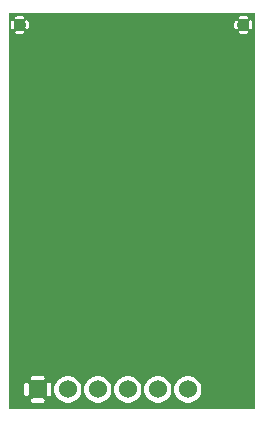
<source format=gbr>
G04 start of page 3 for group 1 idx 1 *
G04 Title: (unknown), solder *
G04 Creator: pcb 20100929 *
G04 CreationDate: Mon Oct  3 15:02:58 2011 UTC *
G04 For: user1 *
G04 Format: Gerber/RS-274X *
G04 PCB-Dimensions: 200000 300000 *
G04 PCB-Coordinate-Origin: lower left *
%MOIN*%
%FSLAX25Y25*%
%LNBACK*%
%ADD11C,0.0200*%
%ADD15C,0.0600*%
%ADD16C,0.0410*%
%ADD22C,0.0380*%
G54D11*G36*
X133500Y250000D02*Y131500D01*
X131948D01*
Y244555D01*
X131985Y244561D01*
X132059Y244585D01*
X132129Y244622D01*
X132192Y244668D01*
X132247Y244724D01*
X132292Y244788D01*
X132327Y244858D01*
X132416Y245109D01*
X132483Y245366D01*
X132527Y245629D01*
X132548Y245894D01*
X132545Y246160D01*
X132520Y246425D01*
X132471Y246687D01*
X132400Y246943D01*
X132307Y247192D01*
X132271Y247263D01*
X132224Y247326D01*
X132168Y247380D01*
X132104Y247426D01*
X132034Y247461D01*
X131959Y247484D01*
X131948Y247486D01*
Y250000D01*
X133500D01*
G37*
G36*
X131948Y131500D02*X129521D01*
Y242953D01*
X129659Y242955D01*
X129924Y242980D01*
X130186Y243029D01*
X130442Y243100D01*
X130691Y243193D01*
X130762Y243229D01*
X130825Y243276D01*
X130879Y243332D01*
X130925Y243396D01*
X130960Y243466D01*
X130983Y243541D01*
X130995Y243619D01*
X130994Y243697D01*
X130981Y243775D01*
X130956Y243849D01*
X130920Y243919D01*
X130873Y243982D01*
X130817Y244036D01*
X130753Y244082D01*
X130683Y244117D01*
X130608Y244140D01*
X130530Y244152D01*
X130452Y244151D01*
X130374Y244138D01*
X130300Y244113D01*
X130133Y244051D01*
X129961Y244003D01*
X129785Y243970D01*
X129607Y243953D01*
X129521D01*
Y248049D01*
X129571D01*
X129749Y248035D01*
X129926Y248006D01*
X130099Y247961D01*
X130267Y247901D01*
X130343Y247878D01*
X130420Y247867D01*
X130499Y247868D01*
X130576Y247881D01*
X130650Y247905D01*
X130720Y247942D01*
X130783Y247988D01*
X130838Y248044D01*
X130883Y248108D01*
X130918Y248178D01*
X130942Y248253D01*
X130953Y248330D01*
X130952Y248409D01*
X130939Y248486D01*
X130915Y248560D01*
X130878Y248630D01*
X130832Y248693D01*
X130776Y248748D01*
X130712Y248793D01*
X130642Y248828D01*
X130391Y248917D01*
X130134Y248984D01*
X129871Y249028D01*
X129606Y249049D01*
X129521Y249048D01*
Y250000D01*
X131948D01*
Y247486D01*
X131881Y247496D01*
X131803Y247495D01*
X131725Y247482D01*
X131651Y247457D01*
X131581Y247421D01*
X131518Y247374D01*
X131464Y247318D01*
X131418Y247254D01*
X131383Y247184D01*
X131360Y247109D01*
X131348Y247031D01*
X131349Y246953D01*
X131362Y246875D01*
X131387Y246801D01*
X131449Y246634D01*
X131497Y246462D01*
X131530Y246286D01*
X131547Y246108D01*
X131548Y245929D01*
X131534Y245751D01*
X131505Y245574D01*
X131460Y245401D01*
X131400Y245233D01*
X131377Y245157D01*
X131366Y245080D01*
X131367Y245001D01*
X131380Y244924D01*
X131404Y244850D01*
X131441Y244780D01*
X131487Y244717D01*
X131543Y244662D01*
X131607Y244617D01*
X131677Y244582D01*
X131752Y244558D01*
X131829Y244547D01*
X131908Y244548D01*
X131948Y244555D01*
Y131500D01*
G37*
G36*
X129521D02*X127051D01*
Y244515D01*
X127118Y244505D01*
X127196Y244506D01*
X127274Y244519D01*
X127348Y244544D01*
X127418Y244580D01*
X127481Y244627D01*
X127535Y244683D01*
X127581Y244747D01*
X127616Y244817D01*
X127639Y244892D01*
X127651Y244970D01*
X127650Y245048D01*
X127637Y245126D01*
X127612Y245200D01*
X127550Y245367D01*
X127502Y245539D01*
X127469Y245715D01*
X127452Y245893D01*
X127451Y246072D01*
X127465Y246250D01*
X127494Y246427D01*
X127539Y246600D01*
X127599Y246768D01*
X127622Y246844D01*
X127633Y246921D01*
X127632Y247000D01*
X127619Y247077D01*
X127595Y247151D01*
X127558Y247221D01*
X127512Y247284D01*
X127456Y247339D01*
X127392Y247384D01*
X127322Y247419D01*
X127247Y247443D01*
X127170Y247454D01*
X127091Y247453D01*
X127051Y247446D01*
Y250000D01*
X129521D01*
Y249048D01*
X129340Y249046D01*
X129075Y249021D01*
X128813Y248972D01*
X128557Y248901D01*
X128308Y248808D01*
X128237Y248772D01*
X128174Y248725D01*
X128120Y248669D01*
X128074Y248605D01*
X128039Y248535D01*
X128016Y248460D01*
X128004Y248382D01*
X128005Y248304D01*
X128018Y248226D01*
X128043Y248152D01*
X128079Y248082D01*
X128126Y248019D01*
X128182Y247965D01*
X128246Y247919D01*
X128316Y247884D01*
X128391Y247861D01*
X128469Y247849D01*
X128547Y247850D01*
X128625Y247863D01*
X128699Y247888D01*
X128866Y247950D01*
X129038Y247998D01*
X129214Y248031D01*
X129392Y248048D01*
X129521Y248049D01*
Y243953D01*
X129428Y243952D01*
X129250Y243966D01*
X129073Y243995D01*
X128900Y244040D01*
X128732Y244100D01*
X128656Y244123D01*
X128579Y244134D01*
X128500Y244133D01*
X128423Y244120D01*
X128349Y244096D01*
X128279Y244059D01*
X128216Y244013D01*
X128161Y243957D01*
X128116Y243893D01*
X128081Y243823D01*
X128057Y243748D01*
X128046Y243671D01*
X128047Y243592D01*
X128060Y243515D01*
X128084Y243441D01*
X128121Y243371D01*
X128167Y243308D01*
X128223Y243253D01*
X128287Y243208D01*
X128357Y243173D01*
X128608Y243084D01*
X128865Y243017D01*
X129128Y242973D01*
X129393Y242952D01*
X129521Y242953D01*
Y131500D01*
G37*
G36*
X127051D02*X57448D01*
Y244555D01*
X57485Y244561D01*
X57559Y244585D01*
X57629Y244622D01*
X57692Y244668D01*
X57747Y244724D01*
X57792Y244788D01*
X57827Y244858D01*
X57916Y245109D01*
X57983Y245366D01*
X58027Y245629D01*
X58048Y245894D01*
X58045Y246160D01*
X58020Y246425D01*
X57971Y246687D01*
X57900Y246943D01*
X57807Y247192D01*
X57771Y247263D01*
X57724Y247326D01*
X57668Y247380D01*
X57604Y247426D01*
X57534Y247461D01*
X57459Y247484D01*
X57448Y247486D01*
Y250000D01*
X127051D01*
Y247446D01*
X127014Y247440D01*
X126940Y247416D01*
X126870Y247379D01*
X126807Y247333D01*
X126752Y247277D01*
X126707Y247213D01*
X126672Y247143D01*
X126583Y246892D01*
X126516Y246635D01*
X126472Y246372D01*
X126451Y246107D01*
X126454Y245841D01*
X126479Y245576D01*
X126528Y245314D01*
X126599Y245058D01*
X126692Y244809D01*
X126728Y244738D01*
X126775Y244675D01*
X126831Y244621D01*
X126895Y244575D01*
X126965Y244540D01*
X127040Y244517D01*
X127051Y244515D01*
Y131500D01*
G37*
G36*
X57448D02*X55021D01*
Y242953D01*
X55159Y242955D01*
X55424Y242980D01*
X55686Y243029D01*
X55942Y243100D01*
X56191Y243193D01*
X56262Y243229D01*
X56325Y243276D01*
X56379Y243332D01*
X56425Y243396D01*
X56460Y243466D01*
X56483Y243541D01*
X56495Y243619D01*
X56494Y243697D01*
X56481Y243775D01*
X56456Y243849D01*
X56420Y243919D01*
X56373Y243982D01*
X56317Y244036D01*
X56253Y244082D01*
X56183Y244117D01*
X56108Y244140D01*
X56030Y244152D01*
X55952Y244151D01*
X55874Y244138D01*
X55800Y244113D01*
X55633Y244051D01*
X55461Y244003D01*
X55285Y243970D01*
X55107Y243953D01*
X55021D01*
Y248049D01*
X55071D01*
X55249Y248035D01*
X55426Y248006D01*
X55599Y247961D01*
X55767Y247901D01*
X55843Y247878D01*
X55920Y247867D01*
X55999Y247868D01*
X56076Y247881D01*
X56150Y247905D01*
X56220Y247942D01*
X56283Y247988D01*
X56338Y248044D01*
X56383Y248108D01*
X56418Y248178D01*
X56442Y248253D01*
X56453Y248330D01*
X56452Y248409D01*
X56439Y248486D01*
X56415Y248560D01*
X56378Y248630D01*
X56332Y248693D01*
X56276Y248748D01*
X56212Y248793D01*
X56142Y248828D01*
X55891Y248917D01*
X55634Y248984D01*
X55371Y249028D01*
X55106Y249049D01*
X55021Y249048D01*
Y250000D01*
X57448D01*
Y247486D01*
X57381Y247496D01*
X57303Y247495D01*
X57225Y247482D01*
X57151Y247457D01*
X57081Y247421D01*
X57018Y247374D01*
X56964Y247318D01*
X56918Y247254D01*
X56883Y247184D01*
X56860Y247109D01*
X56848Y247031D01*
X56849Y246953D01*
X56862Y246875D01*
X56887Y246801D01*
X56949Y246634D01*
X56997Y246462D01*
X57030Y246286D01*
X57047Y246108D01*
X57048Y245929D01*
X57034Y245751D01*
X57005Y245574D01*
X56960Y245401D01*
X56900Y245233D01*
X56877Y245157D01*
X56866Y245080D01*
X56867Y245001D01*
X56880Y244924D01*
X56904Y244850D01*
X56941Y244780D01*
X56987Y244717D01*
X57043Y244662D01*
X57107Y244617D01*
X57177Y244582D01*
X57252Y244558D01*
X57329Y244547D01*
X57408Y244548D01*
X57448Y244555D01*
Y131500D01*
G37*
G36*
X55021D02*X52551D01*
Y244515D01*
X52618Y244505D01*
X52696Y244506D01*
X52774Y244519D01*
X52848Y244544D01*
X52918Y244580D01*
X52981Y244627D01*
X53035Y244683D01*
X53081Y244747D01*
X53116Y244817D01*
X53139Y244892D01*
X53151Y244970D01*
X53150Y245048D01*
X53137Y245126D01*
X53112Y245200D01*
X53050Y245367D01*
X53002Y245539D01*
X52969Y245715D01*
X52952Y245893D01*
X52951Y246072D01*
X52965Y246250D01*
X52994Y246427D01*
X53039Y246600D01*
X53099Y246768D01*
X53122Y246844D01*
X53133Y246921D01*
X53132Y247000D01*
X53119Y247077D01*
X53095Y247151D01*
X53058Y247221D01*
X53012Y247284D01*
X52956Y247339D01*
X52892Y247384D01*
X52822Y247419D01*
X52747Y247443D01*
X52670Y247454D01*
X52591Y247453D01*
X52551Y247446D01*
Y250000D01*
X55021D01*
Y249048D01*
X54840Y249046D01*
X54575Y249021D01*
X54313Y248972D01*
X54057Y248901D01*
X53808Y248808D01*
X53737Y248772D01*
X53674Y248725D01*
X53620Y248669D01*
X53574Y248605D01*
X53539Y248535D01*
X53516Y248460D01*
X53504Y248382D01*
X53505Y248304D01*
X53518Y248226D01*
X53543Y248152D01*
X53579Y248082D01*
X53626Y248019D01*
X53682Y247965D01*
X53746Y247919D01*
X53816Y247884D01*
X53891Y247861D01*
X53969Y247849D01*
X54047Y247850D01*
X54125Y247863D01*
X54199Y247888D01*
X54366Y247950D01*
X54538Y247998D01*
X54714Y248031D01*
X54892Y248048D01*
X55021Y248049D01*
Y243953D01*
X54928Y243952D01*
X54750Y243966D01*
X54573Y243995D01*
X54400Y244040D01*
X54232Y244100D01*
X54156Y244123D01*
X54079Y244134D01*
X54000Y244133D01*
X53923Y244120D01*
X53849Y244096D01*
X53779Y244059D01*
X53716Y244013D01*
X53661Y243957D01*
X53616Y243893D01*
X53581Y243823D01*
X53557Y243748D01*
X53546Y243671D01*
X53547Y243592D01*
X53560Y243515D01*
X53584Y243441D01*
X53621Y243371D01*
X53667Y243308D01*
X53723Y243253D01*
X53787Y243208D01*
X53857Y243173D01*
X54108Y243084D01*
X54365Y243017D01*
X54628Y242973D01*
X54893Y242952D01*
X55021Y242953D01*
Y131500D01*
G37*
G36*
X52551D02*X51500D01*
Y250000D01*
X52551D01*
Y247446D01*
X52514Y247440D01*
X52440Y247416D01*
X52370Y247379D01*
X52307Y247333D01*
X52252Y247277D01*
X52207Y247213D01*
X52172Y247143D01*
X52083Y246892D01*
X52016Y246635D01*
X51972Y246372D01*
X51951Y246107D01*
X51954Y245841D01*
X51979Y245576D01*
X52028Y245314D01*
X52099Y245058D01*
X52192Y244809D01*
X52228Y244738D01*
X52275Y244675D01*
X52331Y244621D01*
X52395Y244575D01*
X52465Y244540D01*
X52540Y244517D01*
X52551Y244515D01*
Y131500D01*
G37*
G36*
X131948Y250000D02*X133500D01*
Y118000D01*
X131948D01*
Y244555D01*
X131985Y244561D01*
X132059Y244585D01*
X132129Y244622D01*
X132192Y244668D01*
X132247Y244724D01*
X132292Y244788D01*
X132327Y244858D01*
X132416Y245109D01*
X132483Y245366D01*
X132527Y245629D01*
X132548Y245894D01*
X132545Y246160D01*
X132520Y246425D01*
X132471Y246687D01*
X132400Y246943D01*
X132307Y247192D01*
X132271Y247263D01*
X132224Y247326D01*
X132168Y247380D01*
X132104Y247426D01*
X132034Y247461D01*
X131959Y247484D01*
X131948Y247486D01*
Y250000D01*
G37*
G36*
X129479D02*X131948D01*
Y247486D01*
X131881Y247496D01*
X131803Y247495D01*
X131725Y247482D01*
X131651Y247457D01*
X131581Y247421D01*
X131518Y247374D01*
X131464Y247318D01*
X131418Y247254D01*
X131383Y247184D01*
X131360Y247109D01*
X131348Y247031D01*
X131349Y246953D01*
X131362Y246875D01*
X131387Y246801D01*
X131449Y246634D01*
X131497Y246462D01*
X131530Y246286D01*
X131547Y246108D01*
X131548Y245929D01*
X131534Y245751D01*
X131505Y245574D01*
X131460Y245401D01*
X131400Y245233D01*
X131377Y245157D01*
X131366Y245080D01*
X131367Y245001D01*
X131380Y244924D01*
X131404Y244850D01*
X131441Y244780D01*
X131487Y244717D01*
X131543Y244662D01*
X131607Y244617D01*
X131677Y244582D01*
X131752Y244558D01*
X131829Y244547D01*
X131908Y244548D01*
X131948Y244555D01*
Y118000D01*
X129479D01*
Y242953D01*
X129659Y242955D01*
X129924Y242980D01*
X130186Y243029D01*
X130442Y243100D01*
X130691Y243193D01*
X130762Y243229D01*
X130825Y243276D01*
X130879Y243332D01*
X130925Y243396D01*
X130960Y243466D01*
X130983Y243541D01*
X130995Y243619D01*
X130994Y243697D01*
X130981Y243775D01*
X130956Y243849D01*
X130920Y243919D01*
X130873Y243982D01*
X130817Y244036D01*
X130753Y244082D01*
X130683Y244117D01*
X130608Y244140D01*
X130530Y244152D01*
X130452Y244151D01*
X130374Y244138D01*
X130300Y244113D01*
X130133Y244051D01*
X129961Y244003D01*
X129785Y243970D01*
X129607Y243953D01*
X129479Y243952D01*
Y248048D01*
X129571Y248049D01*
X129749Y248035D01*
X129926Y248006D01*
X130099Y247961D01*
X130267Y247901D01*
X130343Y247878D01*
X130420Y247867D01*
X130499Y247868D01*
X130576Y247881D01*
X130650Y247905D01*
X130720Y247942D01*
X130783Y247988D01*
X130838Y248044D01*
X130883Y248108D01*
X130918Y248178D01*
X130942Y248253D01*
X130953Y248330D01*
X130952Y248409D01*
X130939Y248486D01*
X130915Y248560D01*
X130878Y248630D01*
X130832Y248693D01*
X130776Y248748D01*
X130712Y248793D01*
X130642Y248828D01*
X130391Y248917D01*
X130134Y248984D01*
X129871Y249028D01*
X129606Y249049D01*
X129479Y249048D01*
Y250000D01*
G37*
G36*
X127051D02*X129479D01*
Y249048D01*
X129340Y249046D01*
X129075Y249021D01*
X128813Y248972D01*
X128557Y248901D01*
X128308Y248808D01*
X128237Y248772D01*
X128174Y248725D01*
X128120Y248669D01*
X128074Y248605D01*
X128039Y248535D01*
X128016Y248460D01*
X128004Y248382D01*
X128005Y248304D01*
X128018Y248226D01*
X128043Y248152D01*
X128079Y248082D01*
X128126Y248019D01*
X128182Y247965D01*
X128246Y247919D01*
X128316Y247884D01*
X128391Y247861D01*
X128469Y247849D01*
X128547Y247850D01*
X128625Y247863D01*
X128699Y247888D01*
X128866Y247950D01*
X129038Y247998D01*
X129214Y248031D01*
X129392Y248048D01*
X129479D01*
Y243952D01*
X129428D01*
X129250Y243966D01*
X129073Y243995D01*
X128900Y244040D01*
X128732Y244100D01*
X128656Y244123D01*
X128579Y244134D01*
X128500Y244133D01*
X128423Y244120D01*
X128349Y244096D01*
X128279Y244059D01*
X128216Y244013D01*
X128161Y243957D01*
X128116Y243893D01*
X128081Y243823D01*
X128057Y243748D01*
X128046Y243671D01*
X128047Y243592D01*
X128060Y243515D01*
X128084Y243441D01*
X128121Y243371D01*
X128167Y243308D01*
X128223Y243253D01*
X128287Y243208D01*
X128357Y243173D01*
X128608Y243084D01*
X128865Y243017D01*
X129128Y242973D01*
X129393Y242952D01*
X129479Y242953D01*
Y118000D01*
X127051D01*
Y244515D01*
X127118Y244505D01*
X127196Y244506D01*
X127274Y244519D01*
X127348Y244544D01*
X127418Y244580D01*
X127481Y244627D01*
X127535Y244683D01*
X127581Y244747D01*
X127616Y244817D01*
X127639Y244892D01*
X127651Y244970D01*
X127650Y245048D01*
X127637Y245126D01*
X127612Y245200D01*
X127550Y245367D01*
X127502Y245539D01*
X127469Y245715D01*
X127452Y245893D01*
X127451Y246072D01*
X127465Y246250D01*
X127494Y246427D01*
X127539Y246600D01*
X127599Y246768D01*
X127622Y246844D01*
X127633Y246921D01*
X127632Y247000D01*
X127619Y247077D01*
X127595Y247151D01*
X127558Y247221D01*
X127512Y247284D01*
X127456Y247339D01*
X127392Y247384D01*
X127322Y247419D01*
X127247Y247443D01*
X127170Y247454D01*
X127091Y247453D01*
X127051Y247446D01*
Y250000D01*
G37*
G36*
X111000D02*X127051D01*
Y247446D01*
X127014Y247440D01*
X126940Y247416D01*
X126870Y247379D01*
X126807Y247333D01*
X126752Y247277D01*
X126707Y247213D01*
X126672Y247143D01*
X126583Y246892D01*
X126516Y246635D01*
X126472Y246372D01*
X126451Y246107D01*
X126454Y245841D01*
X126479Y245576D01*
X126528Y245314D01*
X126599Y245058D01*
X126692Y244809D01*
X126728Y244738D01*
X126775Y244675D01*
X126831Y244621D01*
X126895Y244575D01*
X126965Y244540D01*
X127040Y244517D01*
X127051Y244515D01*
Y118000D01*
X111000D01*
Y120000D01*
X111704Y120055D01*
X112391Y120220D01*
X113043Y120490D01*
X113645Y120859D01*
X114182Y121318D01*
X114641Y121855D01*
X115010Y122457D01*
X115280Y123109D01*
X115445Y123796D01*
X115500Y124500D01*
X115445Y125204D01*
X115280Y125891D01*
X115010Y126543D01*
X114641Y127145D01*
X114182Y127682D01*
X113645Y128141D01*
X113043Y128510D01*
X112391Y128780D01*
X111704Y128945D01*
X111000Y129000D01*
Y250000D01*
G37*
G36*
X101000D02*X111000D01*
Y129000D01*
X110296Y128945D01*
X109609Y128780D01*
X108957Y128510D01*
X108355Y128141D01*
X107818Y127682D01*
X107359Y127145D01*
X106990Y126543D01*
X106720Y125891D01*
X106555Y125204D01*
X106500Y124500D01*
X106555Y123796D01*
X106720Y123109D01*
X106990Y122457D01*
X107359Y121855D01*
X107818Y121318D01*
X108355Y120859D01*
X108957Y120490D01*
X109609Y120220D01*
X110296Y120055D01*
X111000Y120000D01*
Y118000D01*
X101000D01*
Y120000D01*
X101704Y120055D01*
X102391Y120220D01*
X103043Y120490D01*
X103645Y120859D01*
X104182Y121318D01*
X104641Y121855D01*
X105010Y122457D01*
X105280Y123109D01*
X105445Y123796D01*
X105500Y124500D01*
X105445Y125204D01*
X105280Y125891D01*
X105010Y126543D01*
X104641Y127145D01*
X104182Y127682D01*
X103645Y128141D01*
X103043Y128510D01*
X102391Y128780D01*
X101704Y128945D01*
X101000Y129000D01*
Y250000D01*
G37*
G36*
X91000D02*X101000D01*
Y129000D01*
X100296Y128945D01*
X99609Y128780D01*
X98957Y128510D01*
X98355Y128141D01*
X97818Y127682D01*
X97359Y127145D01*
X96990Y126543D01*
X96720Y125891D01*
X96555Y125204D01*
X96500Y124500D01*
X96555Y123796D01*
X96720Y123109D01*
X96990Y122457D01*
X97359Y121855D01*
X97818Y121318D01*
X98355Y120859D01*
X98957Y120490D01*
X99609Y120220D01*
X100296Y120055D01*
X101000Y120000D01*
Y118000D01*
X91000D01*
Y120000D01*
X91704Y120055D01*
X92391Y120220D01*
X93043Y120490D01*
X93645Y120859D01*
X94182Y121318D01*
X94641Y121855D01*
X95010Y122457D01*
X95280Y123109D01*
X95445Y123796D01*
X95500Y124500D01*
X95445Y125204D01*
X95280Y125891D01*
X95010Y126543D01*
X94641Y127145D01*
X94182Y127682D01*
X93645Y128141D01*
X93043Y128510D01*
X92391Y128780D01*
X91704Y128945D01*
X91000Y129000D01*
Y250000D01*
G37*
G36*
X81000D02*X91000D01*
Y129000D01*
X90296Y128945D01*
X89609Y128780D01*
X88957Y128510D01*
X88355Y128141D01*
X87818Y127682D01*
X87359Y127145D01*
X86990Y126543D01*
X86720Y125891D01*
X86555Y125204D01*
X86500Y124500D01*
X86555Y123796D01*
X86720Y123109D01*
X86990Y122457D01*
X87359Y121855D01*
X87818Y121318D01*
X88355Y120859D01*
X88957Y120490D01*
X89609Y120220D01*
X90296Y120055D01*
X91000Y120000D01*
Y118000D01*
X81000D01*
Y120000D01*
X81704Y120055D01*
X82391Y120220D01*
X83043Y120490D01*
X83645Y120859D01*
X84182Y121318D01*
X84641Y121855D01*
X85010Y122457D01*
X85280Y123109D01*
X85445Y123796D01*
X85500Y124500D01*
X85445Y125204D01*
X85280Y125891D01*
X85010Y126543D01*
X84641Y127145D01*
X84182Y127682D01*
X83645Y128141D01*
X83043Y128510D01*
X82391Y128780D01*
X81704Y128945D01*
X81000Y129000D01*
Y250000D01*
G37*
G36*
X71000D02*X81000D01*
Y129000D01*
X80296Y128945D01*
X79609Y128780D01*
X78957Y128510D01*
X78355Y128141D01*
X77818Y127682D01*
X77359Y127145D01*
X76990Y126543D01*
X76720Y125891D01*
X76555Y125204D01*
X76500Y124500D01*
X76555Y123796D01*
X76720Y123109D01*
X76990Y122457D01*
X77359Y121855D01*
X77818Y121318D01*
X78355Y120859D01*
X78957Y120490D01*
X79609Y120220D01*
X80296Y120055D01*
X81000Y120000D01*
Y118000D01*
X71000D01*
Y120000D01*
X71704Y120055D01*
X72391Y120220D01*
X73043Y120490D01*
X73645Y120859D01*
X74182Y121318D01*
X74641Y121855D01*
X75010Y122457D01*
X75280Y123109D01*
X75445Y123796D01*
X75500Y124500D01*
X75445Y125204D01*
X75280Y125891D01*
X75010Y126543D01*
X74641Y127145D01*
X74182Y127682D01*
X73645Y128141D01*
X73043Y128510D01*
X72391Y128780D01*
X71704Y128945D01*
X71000Y129000D01*
Y250000D01*
G37*
G36*
X64750D02*X71000D01*
Y129000D01*
X70296Y128945D01*
X69609Y128780D01*
X68957Y128510D01*
X68355Y128141D01*
X67818Y127682D01*
X67359Y127145D01*
X66990Y126543D01*
X66720Y125891D01*
X66555Y125204D01*
X66500Y124500D01*
X66555Y123796D01*
X66720Y123109D01*
X66990Y122457D01*
X67359Y121855D01*
X67818Y121318D01*
X68355Y120859D01*
X68957Y120490D01*
X69609Y120220D01*
X70296Y120055D01*
X71000Y120000D01*
Y118000D01*
X64750D01*
Y122250D01*
X64867Y122259D01*
X64982Y122287D01*
X65090Y122332D01*
X65191Y122393D01*
X65280Y122470D01*
X65357Y122559D01*
X65418Y122660D01*
X65463Y122768D01*
X65491Y122883D01*
X65500Y123000D01*
Y126000D01*
X65491Y126117D01*
X65463Y126232D01*
X65418Y126340D01*
X65357Y126441D01*
X65280Y126530D01*
X65191Y126607D01*
X65090Y126668D01*
X64982Y126713D01*
X64867Y126741D01*
X64750Y126750D01*
Y250000D01*
G37*
G36*
X61000D02*X64750D01*
Y126750D01*
X64633Y126741D01*
X64518Y126713D01*
X64410Y126668D01*
X64309Y126607D01*
X64220Y126530D01*
X64143Y126441D01*
X64082Y126340D01*
X64037Y126232D01*
X64009Y126117D01*
X64000Y126000D01*
Y123000D01*
X64009Y122883D01*
X64037Y122768D01*
X64082Y122660D01*
X64143Y122559D01*
X64220Y122470D01*
X64309Y122393D01*
X64410Y122332D01*
X64518Y122287D01*
X64633Y122259D01*
X64750Y122250D01*
Y118000D01*
X61000D01*
Y120000D01*
X62500D01*
X62617Y120009D01*
X62732Y120037D01*
X62840Y120082D01*
X62941Y120143D01*
X63030Y120220D01*
X63107Y120309D01*
X63168Y120410D01*
X63213Y120518D01*
X63241Y120633D01*
X63250Y120750D01*
X63241Y120867D01*
X63213Y120982D01*
X63168Y121090D01*
X63107Y121191D01*
X63030Y121280D01*
X62941Y121357D01*
X62840Y121418D01*
X62732Y121463D01*
X62617Y121491D01*
X62500Y121500D01*
X61000D01*
Y127500D01*
X62500D01*
X62617Y127509D01*
X62732Y127537D01*
X62840Y127582D01*
X62941Y127643D01*
X63030Y127720D01*
X63107Y127809D01*
X63168Y127910D01*
X63213Y128018D01*
X63241Y128133D01*
X63250Y128250D01*
X63241Y128367D01*
X63213Y128482D01*
X63168Y128590D01*
X63107Y128691D01*
X63030Y128780D01*
X62941Y128857D01*
X62840Y128918D01*
X62732Y128963D01*
X62617Y128991D01*
X62500Y129000D01*
X61000D01*
Y250000D01*
G37*
G36*
X57250D02*X61000D01*
Y129000D01*
X59500D01*
X59383Y128991D01*
X59268Y128963D01*
X59160Y128918D01*
X59059Y128857D01*
X58970Y128780D01*
X58893Y128691D01*
X58832Y128590D01*
X58787Y128482D01*
X58759Y128367D01*
X58750Y128250D01*
X58759Y128133D01*
X58787Y128018D01*
X58832Y127910D01*
X58893Y127809D01*
X58970Y127720D01*
X59059Y127643D01*
X59160Y127582D01*
X59268Y127537D01*
X59383Y127509D01*
X59500Y127500D01*
X61000D01*
Y121500D01*
X59500D01*
X59383Y121491D01*
X59268Y121463D01*
X59160Y121418D01*
X59059Y121357D01*
X58970Y121280D01*
X58893Y121191D01*
X58832Y121090D01*
X58787Y120982D01*
X58759Y120867D01*
X58750Y120750D01*
X58759Y120633D01*
X58787Y120518D01*
X58832Y120410D01*
X58893Y120309D01*
X58970Y120220D01*
X59059Y120143D01*
X59160Y120082D01*
X59268Y120037D01*
X59383Y120009D01*
X59500Y120000D01*
X61000D01*
Y118000D01*
X57250D01*
Y122250D01*
X57367Y122259D01*
X57482Y122287D01*
X57590Y122332D01*
X57691Y122393D01*
X57780Y122470D01*
X57857Y122559D01*
X57918Y122660D01*
X57963Y122768D01*
X57991Y122883D01*
X58000Y123000D01*
Y126000D01*
X57991Y126117D01*
X57963Y126232D01*
X57918Y126340D01*
X57857Y126441D01*
X57780Y126530D01*
X57691Y126607D01*
X57590Y126668D01*
X57482Y126713D01*
X57367Y126741D01*
X57250Y126750D01*
Y244559D01*
X57252Y244558D01*
X57329Y244547D01*
X57408Y244548D01*
X57485Y244561D01*
X57559Y244585D01*
X57629Y244622D01*
X57692Y244668D01*
X57747Y244724D01*
X57792Y244788D01*
X57827Y244858D01*
X57916Y245109D01*
X57983Y245366D01*
X58027Y245629D01*
X58048Y245894D01*
X58045Y246160D01*
X58020Y246425D01*
X57971Y246687D01*
X57900Y246943D01*
X57807Y247192D01*
X57771Y247263D01*
X57724Y247326D01*
X57668Y247380D01*
X57604Y247426D01*
X57534Y247461D01*
X57459Y247484D01*
X57381Y247496D01*
X57303Y247495D01*
X57250Y247486D01*
Y250000D01*
G37*
G36*
X54979D02*X57250D01*
Y247486D01*
X57225Y247482D01*
X57151Y247457D01*
X57081Y247421D01*
X57018Y247374D01*
X56964Y247318D01*
X56918Y247254D01*
X56883Y247184D01*
X56860Y247109D01*
X56848Y247031D01*
X56849Y246953D01*
X56862Y246875D01*
X56887Y246801D01*
X56949Y246634D01*
X56997Y246462D01*
X57030Y246286D01*
X57047Y246108D01*
X57048Y245929D01*
X57034Y245751D01*
X57005Y245574D01*
X56960Y245401D01*
X56900Y245233D01*
X56877Y245157D01*
X56866Y245080D01*
X56867Y245001D01*
X56880Y244924D01*
X56904Y244850D01*
X56941Y244780D01*
X56987Y244717D01*
X57043Y244662D01*
X57107Y244617D01*
X57177Y244582D01*
X57250Y244559D01*
Y126750D01*
X57133Y126741D01*
X57018Y126713D01*
X56910Y126668D01*
X56809Y126607D01*
X56720Y126530D01*
X56643Y126441D01*
X56582Y126340D01*
X56537Y126232D01*
X56509Y126117D01*
X56500Y126000D01*
Y123000D01*
X56509Y122883D01*
X56537Y122768D01*
X56582Y122660D01*
X56643Y122559D01*
X56720Y122470D01*
X56809Y122393D01*
X56910Y122332D01*
X57018Y122287D01*
X57133Y122259D01*
X57250Y122250D01*
Y118000D01*
X54979D01*
Y242953D01*
X55159Y242955D01*
X55424Y242980D01*
X55686Y243029D01*
X55942Y243100D01*
X56191Y243193D01*
X56262Y243229D01*
X56325Y243276D01*
X56379Y243332D01*
X56425Y243396D01*
X56460Y243466D01*
X56483Y243541D01*
X56495Y243619D01*
X56494Y243697D01*
X56481Y243775D01*
X56456Y243849D01*
X56420Y243919D01*
X56373Y243982D01*
X56317Y244036D01*
X56253Y244082D01*
X56183Y244117D01*
X56108Y244140D01*
X56030Y244152D01*
X55952Y244151D01*
X55874Y244138D01*
X55800Y244113D01*
X55633Y244051D01*
X55461Y244003D01*
X55285Y243970D01*
X55107Y243953D01*
X54979Y243952D01*
Y248048D01*
X55071Y248049D01*
X55249Y248035D01*
X55426Y248006D01*
X55599Y247961D01*
X55767Y247901D01*
X55843Y247878D01*
X55920Y247867D01*
X55999Y247868D01*
X56076Y247881D01*
X56150Y247905D01*
X56220Y247942D01*
X56283Y247988D01*
X56338Y248044D01*
X56383Y248108D01*
X56418Y248178D01*
X56442Y248253D01*
X56453Y248330D01*
X56452Y248409D01*
X56439Y248486D01*
X56415Y248560D01*
X56378Y248630D01*
X56332Y248693D01*
X56276Y248748D01*
X56212Y248793D01*
X56142Y248828D01*
X55891Y248917D01*
X55634Y248984D01*
X55371Y249028D01*
X55106Y249049D01*
X54979Y249048D01*
Y250000D01*
G37*
G36*
X52551D02*X54979D01*
Y249048D01*
X54840Y249046D01*
X54575Y249021D01*
X54313Y248972D01*
X54057Y248901D01*
X53808Y248808D01*
X53737Y248772D01*
X53674Y248725D01*
X53620Y248669D01*
X53574Y248605D01*
X53539Y248535D01*
X53516Y248460D01*
X53504Y248382D01*
X53505Y248304D01*
X53518Y248226D01*
X53543Y248152D01*
X53579Y248082D01*
X53626Y248019D01*
X53682Y247965D01*
X53746Y247919D01*
X53816Y247884D01*
X53891Y247861D01*
X53969Y247849D01*
X54047Y247850D01*
X54125Y247863D01*
X54199Y247888D01*
X54366Y247950D01*
X54538Y247998D01*
X54714Y248031D01*
X54892Y248048D01*
X54979D01*
Y243952D01*
X54928D01*
X54750Y243966D01*
X54573Y243995D01*
X54400Y244040D01*
X54232Y244100D01*
X54156Y244123D01*
X54079Y244134D01*
X54000Y244133D01*
X53923Y244120D01*
X53849Y244096D01*
X53779Y244059D01*
X53716Y244013D01*
X53661Y243957D01*
X53616Y243893D01*
X53581Y243823D01*
X53557Y243748D01*
X53546Y243671D01*
X53547Y243592D01*
X53560Y243515D01*
X53584Y243441D01*
X53621Y243371D01*
X53667Y243308D01*
X53723Y243253D01*
X53787Y243208D01*
X53857Y243173D01*
X54108Y243084D01*
X54365Y243017D01*
X54628Y242973D01*
X54893Y242952D01*
X54979Y242953D01*
Y118000D01*
X52551D01*
Y244515D01*
X52618Y244505D01*
X52696Y244506D01*
X52774Y244519D01*
X52848Y244544D01*
X52918Y244580D01*
X52981Y244627D01*
X53035Y244683D01*
X53081Y244747D01*
X53116Y244817D01*
X53139Y244892D01*
X53151Y244970D01*
X53150Y245048D01*
X53137Y245126D01*
X53112Y245200D01*
X53050Y245367D01*
X53002Y245539D01*
X52969Y245715D01*
X52952Y245893D01*
X52951Y246072D01*
X52965Y246250D01*
X52994Y246427D01*
X53039Y246600D01*
X53099Y246768D01*
X53122Y246844D01*
X53133Y246921D01*
X53132Y247000D01*
X53119Y247077D01*
X53095Y247151D01*
X53058Y247221D01*
X53012Y247284D01*
X52956Y247339D01*
X52892Y247384D01*
X52822Y247419D01*
X52747Y247443D01*
X52670Y247454D01*
X52591Y247453D01*
X52551Y247446D01*
Y250000D01*
G37*
G36*
X51500D02*X52551D01*
Y247446D01*
X52514Y247440D01*
X52440Y247416D01*
X52370Y247379D01*
X52307Y247333D01*
X52252Y247277D01*
X52207Y247213D01*
X52172Y247143D01*
X52083Y246892D01*
X52016Y246635D01*
X51972Y246372D01*
X51951Y246107D01*
X51954Y245841D01*
X51979Y245576D01*
X52028Y245314D01*
X52099Y245058D01*
X52192Y244809D01*
X52228Y244738D01*
X52275Y244675D01*
X52331Y244621D01*
X52395Y244575D01*
X52465Y244540D01*
X52540Y244517D01*
X52551Y244515D01*
Y118000D01*
X51500D01*
Y250000D01*
G37*
G36*
X58000Y127500D02*Y121500D01*
X64000D01*
Y127500D01*
X58000D01*
G37*
G54D15*X71000Y124500D03*
X81000D03*
X91000D03*
X101000D03*
X111000D03*
G54D16*X129500Y246000D03*
X55000D03*
G54D22*G54D11*M02*

</source>
